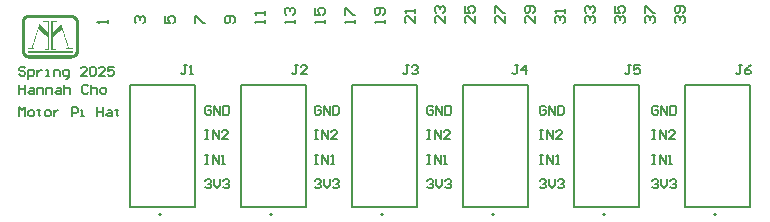
<source format=gbr>
G04*
G04 #@! TF.GenerationSoftware,Altium Limited,Altium Designer,24.8.2 (39)*
G04*
G04 Layer_Color=65535*
%FSLAX25Y25*%
%MOIN*%
G70*
G04*
G04 #@! TF.SameCoordinates,CBBCE14F-D53E-4E5E-9298-E108D83DD630*
G04*
G04*
G04 #@! TF.FilePolarity,Positive*
G04*
G01*
G75*
%ADD10C,0.00787*%
%ADD11C,0.00500*%
%ADD12C,0.00600*%
G36*
X85990Y256766D02*
X86202D01*
Y256695D01*
X86413D01*
Y256625D01*
X86554D01*
Y256554D01*
X86695D01*
Y256484D01*
X86836D01*
Y256413D01*
X86907D01*
Y256343D01*
X86977D01*
Y256272D01*
X87118D01*
Y256202D01*
X87189D01*
Y256131D01*
X87259D01*
Y256061D01*
X87330D01*
Y255920D01*
X87400D01*
Y255850D01*
X87471D01*
Y255779D01*
X87541D01*
Y255638D01*
X87611D01*
Y255568D01*
X87682D01*
Y255427D01*
X87752D01*
Y255215D01*
X87823D01*
Y255004D01*
X87893D01*
Y254722D01*
X87964D01*
Y244432D01*
X87893D01*
Y244080D01*
X87823D01*
Y243869D01*
X87752D01*
Y243728D01*
X87682D01*
Y243587D01*
X87611D01*
Y243446D01*
X87541D01*
Y243375D01*
X87471D01*
Y243234D01*
X87400D01*
Y243164D01*
X87330D01*
Y243093D01*
X87259D01*
Y243023D01*
X87189D01*
Y242952D01*
X87118D01*
Y242882D01*
X87048D01*
Y242811D01*
X86977D01*
Y242741D01*
X86836D01*
Y242670D01*
X86766D01*
Y242600D01*
X86625D01*
Y242530D01*
X86484D01*
Y242459D01*
X86343D01*
Y242389D01*
X86131D01*
Y242318D01*
X85779D01*
Y242248D01*
X71049D01*
Y242318D01*
X70697D01*
Y242389D01*
X70486D01*
Y242459D01*
X70345D01*
Y242530D01*
X70204D01*
Y242600D01*
X70063D01*
Y242670D01*
X69922D01*
Y242741D01*
X69851D01*
Y242811D01*
X69781D01*
Y242882D01*
X69710D01*
Y242952D01*
X69640D01*
Y243023D01*
X69570D01*
Y243093D01*
X69499D01*
Y243164D01*
X69429D01*
Y243234D01*
X69358D01*
Y243305D01*
X69288D01*
Y243446D01*
X69217D01*
Y243516D01*
X69147D01*
Y243657D01*
X69076D01*
Y243869D01*
X69006D01*
Y244009D01*
X68935D01*
Y244291D01*
X68865D01*
Y254792D01*
X68935D01*
Y255074D01*
X69006D01*
Y255286D01*
X69076D01*
Y255427D01*
X69147D01*
Y255568D01*
X69217D01*
Y255709D01*
X69288D01*
Y255779D01*
X69358D01*
Y255920D01*
X69429D01*
Y255991D01*
X69499D01*
Y256061D01*
X69570D01*
Y256131D01*
X69640D01*
Y256202D01*
X69710D01*
Y256272D01*
X69781D01*
Y256343D01*
X69922D01*
Y256413D01*
X69992D01*
Y256484D01*
X70133D01*
Y256554D01*
X70274D01*
Y256625D01*
X70415D01*
Y256695D01*
X70556D01*
Y256766D01*
X70838D01*
Y256836D01*
X85990D01*
Y256766D01*
D02*
G37*
%LPC*%
G36*
X85849Y255709D02*
X70979D01*
Y255638D01*
X70768D01*
Y255568D01*
X70627D01*
Y255497D01*
X70556D01*
Y255427D01*
X70486D01*
Y255356D01*
X70415D01*
Y255286D01*
X70345D01*
Y255215D01*
X70274D01*
Y255145D01*
X70204D01*
Y255074D01*
X70133D01*
Y254933D01*
X70063D01*
Y254722D01*
X69992D01*
Y244432D01*
X70063D01*
Y244221D01*
X70133D01*
Y244080D01*
X70204D01*
Y243939D01*
X70274D01*
Y243869D01*
X70345D01*
Y243798D01*
X70415D01*
Y243728D01*
X70486D01*
Y243657D01*
X70627D01*
Y243587D01*
X70697D01*
Y243516D01*
X70838D01*
Y243446D01*
X71120D01*
Y243375D01*
X85638D01*
Y243446D01*
X85920D01*
Y243516D01*
X86131D01*
Y243587D01*
X86202D01*
Y243657D01*
X86343D01*
Y243728D01*
X86413D01*
Y243798D01*
X86484D01*
Y243939D01*
X86554D01*
Y244009D01*
X86625D01*
Y244150D01*
X86695D01*
Y244291D01*
X86766D01*
Y244503D01*
X86836D01*
Y254651D01*
X86766D01*
Y254863D01*
X86695D01*
Y255004D01*
X86625D01*
Y255145D01*
X86554D01*
Y255215D01*
X86484D01*
Y255286D01*
X86413D01*
Y255356D01*
X86343D01*
Y255427D01*
X86272D01*
Y255497D01*
X86131D01*
Y255568D01*
X86061D01*
Y255638D01*
X85849D01*
Y255709D01*
D02*
G37*
%LPD*%
G36*
X78097Y245067D02*
X76476D01*
Y245631D01*
X77533D01*
Y249366D01*
X77392D01*
Y249436D01*
X77322D01*
Y249507D01*
X77251D01*
Y249577D01*
X77181D01*
Y249648D01*
X77110D01*
Y249718D01*
X77040D01*
Y249789D01*
X76969D01*
Y249859D01*
X76899D01*
Y249929D01*
X76829D01*
Y250000D01*
X76758D01*
Y250071D01*
X76688D01*
Y250141D01*
X76547D01*
Y250211D01*
X76476D01*
Y250282D01*
X76406D01*
Y250352D01*
X76335D01*
Y250423D01*
X76265D01*
Y250493D01*
X76194D01*
Y250564D01*
X76124D01*
Y250634D01*
X76053D01*
Y250705D01*
X75983D01*
Y250775D01*
X75842D01*
Y250916D01*
X75701D01*
Y250987D01*
X75630D01*
Y251057D01*
X75560D01*
Y251128D01*
X75489D01*
Y251198D01*
X75419D01*
Y251269D01*
X75349D01*
Y251339D01*
X75278D01*
Y251410D01*
X75208D01*
Y251480D01*
X75067D01*
Y251551D01*
X74996D01*
Y251621D01*
X74926D01*
Y251691D01*
X74855D01*
Y251762D01*
X74785D01*
Y251832D01*
X74714D01*
Y251903D01*
X74644D01*
Y251973D01*
X74573D01*
Y252044D01*
X74432D01*
Y251832D01*
X74362D01*
Y251621D01*
X74291D01*
Y251410D01*
X74221D01*
Y251198D01*
X74151D01*
Y250987D01*
X74080D01*
Y250775D01*
X74010D01*
Y250493D01*
X73939D01*
Y250282D01*
X73869D01*
Y250071D01*
X73798D01*
Y249859D01*
X73728D01*
Y249648D01*
X73657D01*
Y249436D01*
X73587D01*
Y249225D01*
X73516D01*
Y248943D01*
X73446D01*
Y248731D01*
X73375D01*
Y248520D01*
X73305D01*
Y248309D01*
X73234D01*
Y248097D01*
X73164D01*
Y247886D01*
X73093D01*
Y247674D01*
X73023D01*
Y247392D01*
X72952D01*
Y247181D01*
X72882D01*
Y246970D01*
X72812D01*
Y246758D01*
X72741D01*
Y246547D01*
X72671D01*
Y246335D01*
X72600D01*
Y246053D01*
X72530D01*
Y245912D01*
X73023D01*
Y245842D01*
X73093D01*
Y245419D01*
X73023D01*
Y245349D01*
X70838D01*
Y245912D01*
X72248D01*
Y246124D01*
X72318D01*
Y246335D01*
X72389D01*
Y246547D01*
X72459D01*
Y246758D01*
X72530D01*
Y246970D01*
X72600D01*
Y247181D01*
X72671D01*
Y247392D01*
X72741D01*
Y247604D01*
X72812D01*
Y247886D01*
X72882D01*
Y248097D01*
X72952D01*
Y248309D01*
X73023D01*
Y248520D01*
X73093D01*
Y248731D01*
X73164D01*
Y248943D01*
X73234D01*
Y249154D01*
X73305D01*
Y249366D01*
X73375D01*
Y249577D01*
X73446D01*
Y249789D01*
X73516D01*
Y250071D01*
X73587D01*
Y250282D01*
X73657D01*
Y250493D01*
X73728D01*
Y250705D01*
X73798D01*
Y250916D01*
X73869D01*
Y251128D01*
X73939D01*
Y251339D01*
X74010D01*
Y251551D01*
X74080D01*
Y251832D01*
X74151D01*
Y251973D01*
X74221D01*
Y252185D01*
X74291D01*
Y252467D01*
X74362D01*
Y252678D01*
X74432D01*
Y252889D01*
X74503D01*
Y253101D01*
X74573D01*
Y253312D01*
X74644D01*
Y253524D01*
X74714D01*
Y253735D01*
X74785D01*
Y253665D01*
X74926D01*
Y253594D01*
X74996D01*
Y253453D01*
X75137D01*
Y253383D01*
X75208D01*
Y253312D01*
X75278D01*
Y253242D01*
X75349D01*
Y253171D01*
X75419D01*
Y253101D01*
X75489D01*
Y253030D01*
X75560D01*
Y252960D01*
X75630D01*
Y252889D01*
X75701D01*
Y252819D01*
X75771D01*
Y252749D01*
X75842D01*
Y252678D01*
X75912D01*
Y252608D01*
X75983D01*
Y252537D01*
X76053D01*
Y252467D01*
X76124D01*
Y252396D01*
X76194D01*
Y252326D01*
X76265D01*
Y252255D01*
X76335D01*
Y252185D01*
X76406D01*
Y252114D01*
X76476D01*
Y252044D01*
X76547D01*
Y251903D01*
X76688D01*
Y251832D01*
X76758D01*
Y251691D01*
X76899D01*
Y251621D01*
X76969D01*
Y251551D01*
X77040D01*
Y251480D01*
X77110D01*
Y251410D01*
X77181D01*
Y251339D01*
X77251D01*
Y251269D01*
X77322D01*
Y251198D01*
X77392D01*
Y251128D01*
X77463D01*
Y251057D01*
X77533D01*
Y254369D01*
X76194D01*
Y254440D01*
X76124D01*
Y254863D01*
X78097D01*
Y245067D01*
D02*
G37*
G36*
X80634Y254369D02*
X79295D01*
Y254299D01*
X79225D01*
Y250987D01*
X79295D01*
Y251057D01*
X79366D01*
Y251128D01*
X79436D01*
Y251198D01*
X79507D01*
Y251269D01*
X79577D01*
Y251339D01*
X79648D01*
Y251410D01*
X79718D01*
Y251480D01*
X79789D01*
Y251551D01*
X79859D01*
Y251621D01*
X79930D01*
Y251691D01*
X80000D01*
Y251762D01*
X80071D01*
Y251832D01*
X80141D01*
Y251903D01*
X80211D01*
Y251973D01*
X80282D01*
Y252044D01*
X80352D01*
Y252114D01*
X80423D01*
Y252185D01*
X80493D01*
Y252255D01*
X80564D01*
Y252326D01*
X80634D01*
Y252396D01*
X80705D01*
Y252467D01*
X80775D01*
Y252537D01*
X80846D01*
Y252608D01*
X80916D01*
Y252678D01*
X80987D01*
Y252749D01*
X81057D01*
Y252819D01*
X81128D01*
Y252889D01*
X81198D01*
Y252960D01*
X81269D01*
Y253030D01*
X81339D01*
Y253101D01*
X81410D01*
Y253171D01*
X81480D01*
Y253242D01*
X81551D01*
Y253312D01*
X81621D01*
Y253383D01*
X81691D01*
Y253453D01*
X81762D01*
Y253524D01*
X81832D01*
Y253594D01*
X81903D01*
Y253665D01*
X81973D01*
Y253735D01*
X82044D01*
Y253665D01*
X82114D01*
Y253453D01*
X82185D01*
Y253242D01*
X82255D01*
Y253030D01*
X82326D01*
Y252819D01*
X82396D01*
Y252608D01*
X82467D01*
Y252396D01*
X82537D01*
Y252185D01*
X82608D01*
Y251903D01*
X82678D01*
Y251762D01*
X82749D01*
Y251551D01*
X82819D01*
Y251269D01*
X82889D01*
Y251057D01*
X82960D01*
Y250846D01*
X83030D01*
Y250634D01*
X83101D01*
Y250423D01*
X83171D01*
Y250211D01*
X83242D01*
Y250000D01*
X83312D01*
Y249718D01*
X83383D01*
Y249507D01*
X83453D01*
Y249295D01*
X83524D01*
Y249084D01*
X83594D01*
Y248872D01*
X83665D01*
Y248661D01*
X83735D01*
Y248449D01*
X83806D01*
Y248238D01*
X83876D01*
Y248027D01*
X83947D01*
Y247815D01*
X84017D01*
Y247604D01*
X84088D01*
Y247322D01*
X84158D01*
Y247111D01*
X84229D01*
Y246899D01*
X84299D01*
Y246688D01*
X84369D01*
Y246476D01*
X84440D01*
Y246265D01*
X84510D01*
Y245983D01*
X84581D01*
Y245912D01*
X85990D01*
Y245349D01*
X83735D01*
Y245912D01*
X84299D01*
Y246053D01*
X84229D01*
Y246265D01*
X84158D01*
Y246476D01*
X84088D01*
Y246688D01*
X84017D01*
Y246899D01*
X83947D01*
Y247111D01*
X83876D01*
Y247392D01*
X83806D01*
Y247604D01*
X83735D01*
Y247815D01*
X83665D01*
Y248027D01*
X83594D01*
Y248238D01*
X83524D01*
Y248449D01*
X83453D01*
Y248661D01*
X83383D01*
Y248943D01*
X83312D01*
Y249154D01*
X83242D01*
Y249366D01*
X83171D01*
Y249577D01*
X83101D01*
Y249789D01*
X83030D01*
Y250000D01*
X82960D01*
Y250211D01*
X82889D01*
Y250423D01*
X82819D01*
Y250705D01*
X82749D01*
Y250916D01*
X82678D01*
Y251128D01*
X82608D01*
Y251339D01*
X82537D01*
Y251551D01*
X82467D01*
Y251832D01*
X82396D01*
Y251973D01*
X82326D01*
Y252044D01*
X82255D01*
Y251973D01*
X82185D01*
Y251903D01*
X82114D01*
Y251832D01*
X82044D01*
Y251762D01*
X81903D01*
Y251621D01*
X81762D01*
Y251551D01*
X81691D01*
Y251480D01*
X81621D01*
Y251410D01*
X81551D01*
Y251339D01*
X81480D01*
Y251269D01*
X81410D01*
Y251198D01*
X81339D01*
Y251128D01*
X81269D01*
Y251057D01*
X81198D01*
Y250987D01*
X81057D01*
Y250916D01*
X80987D01*
Y250846D01*
X80916D01*
Y250775D01*
X80846D01*
Y250705D01*
X80775D01*
Y250634D01*
X80705D01*
Y250564D01*
X80634D01*
Y250493D01*
X80564D01*
Y250423D01*
X80493D01*
Y250352D01*
X80352D01*
Y250282D01*
X80282D01*
Y250211D01*
X80211D01*
Y250141D01*
X80141D01*
Y250071D01*
X80071D01*
Y250000D01*
X80000D01*
Y249929D01*
X79930D01*
Y249859D01*
X79859D01*
Y249789D01*
X79789D01*
Y249718D01*
X79718D01*
Y249648D01*
X79648D01*
Y249577D01*
X79507D01*
Y249507D01*
X79436D01*
Y249436D01*
X79366D01*
Y249366D01*
X79295D01*
Y249295D01*
X79225D01*
Y245701D01*
X79295D01*
Y245631D01*
X80352D01*
Y245560D01*
Y245490D01*
Y245067D01*
X78731D01*
Y245137D01*
X78661D01*
Y254863D01*
X80634D01*
Y254369D01*
D02*
G37*
G36*
X85990Y244221D02*
X70838D01*
Y244785D01*
X85990D01*
Y244221D01*
D02*
G37*
D10*
X115394Y190354D02*
G03*
X115394Y190354I-394J0D01*
G01*
X300394D02*
G03*
X300394Y190354I-394J0D01*
G01*
X263394D02*
G03*
X263394Y190354I-394J0D01*
G01*
X226394D02*
G03*
X226394Y190354I-394J0D01*
G01*
X189394D02*
G03*
X189394Y190354I-394J0D01*
G01*
X152394D02*
G03*
X152394Y190354I-394J0D01*
G01*
D11*
X104961Y192913D02*
X126614D01*
X104961Y233465D02*
X126614D01*
X104961Y192913D02*
Y233465D01*
X126614Y192913D02*
Y233465D01*
X311614Y192913D02*
Y233465D01*
X289961Y192913D02*
Y233465D01*
X311614D01*
X289961Y192913D02*
X311614D01*
X274614D02*
Y233465D01*
X252961Y192913D02*
Y233465D01*
X274614D01*
X252961Y192913D02*
X274614D01*
X237614D02*
Y233465D01*
X215961Y192913D02*
Y233465D01*
X237614D01*
X215961Y192913D02*
X237614D01*
X200614D02*
Y233465D01*
X178961Y192913D02*
Y233465D01*
X200614D01*
X178961Y192913D02*
X200614D01*
X163614D02*
Y233465D01*
X141961Y192913D02*
Y233465D01*
X163614D01*
X141961Y192913D02*
X163614D01*
X68000Y223000D02*
Y225999D01*
X69000Y224999D01*
X69999Y225999D01*
Y223000D01*
X71499D02*
X72499D01*
X72998Y223500D01*
Y224500D01*
X72499Y224999D01*
X71499D01*
X70999Y224500D01*
Y223500D01*
X71499Y223000D01*
X74498Y225499D02*
Y224999D01*
X73998D01*
X74998D01*
X74498D01*
Y223500D01*
X74998Y223000D01*
X76997D02*
X77997D01*
X78497Y223500D01*
Y224500D01*
X77997Y224999D01*
X76997D01*
X76497Y224500D01*
Y223500D01*
X76997Y223000D01*
X79496Y224999D02*
Y223000D01*
Y224000D01*
X79996Y224500D01*
X80496Y224999D01*
X80996D01*
X85494Y223000D02*
Y225999D01*
X86994D01*
X87494Y225499D01*
Y224500D01*
X86994Y224000D01*
X85494D01*
X88493Y223000D02*
X89493D01*
X88993D01*
Y224999D01*
X88493D01*
X93992Y225999D02*
Y223000D01*
Y224500D01*
X95991D01*
Y225999D01*
Y223000D01*
X97491Y224999D02*
X98490D01*
X98990Y224500D01*
Y223000D01*
X97491D01*
X96991Y223500D01*
X97491Y224000D01*
X98990D01*
X100489Y225499D02*
Y224999D01*
X99990D01*
X100989D01*
X100489D01*
Y223500D01*
X100989Y223000D01*
X69999Y238999D02*
X69499Y239499D01*
X68500D01*
X68000Y238999D01*
Y238499D01*
X68500Y237999D01*
X69499D01*
X69999Y237499D01*
Y237000D01*
X69499Y236500D01*
X68500D01*
X68000Y237000D01*
X70999Y235500D02*
Y238499D01*
X72499D01*
X72998Y237999D01*
Y237000D01*
X72499Y236500D01*
X70999D01*
X73998Y238499D02*
Y236500D01*
Y237499D01*
X74498Y237999D01*
X74998Y238499D01*
X75498D01*
X76997Y236500D02*
X77997D01*
X77497D01*
Y238499D01*
X76997D01*
X79496Y236500D02*
Y238499D01*
X80996D01*
X81496Y237999D01*
Y236500D01*
X83495Y235500D02*
X83995D01*
X84495Y236000D01*
Y238499D01*
X82995D01*
X82495Y237999D01*
Y237000D01*
X82995Y236500D01*
X84495D01*
X90493D02*
X88493D01*
X90493Y238499D01*
Y238999D01*
X89993Y239499D01*
X88993D01*
X88493Y238999D01*
X91492D02*
X91992Y239499D01*
X92992D01*
X93492Y238999D01*
Y237000D01*
X92992Y236500D01*
X91992D01*
X91492Y237000D01*
Y238999D01*
X96491Y236500D02*
X94491D01*
X96491Y238499D01*
Y238999D01*
X95991Y239499D01*
X94991D01*
X94491Y238999D01*
X99490Y239499D02*
X97491D01*
Y237999D01*
X98490Y238499D01*
X98990D01*
X99490Y237999D01*
Y237000D01*
X98990Y236500D01*
X97990D01*
X97491Y237000D01*
X68000Y233499D02*
Y230500D01*
Y231999D01*
X69999D01*
Y233499D01*
Y230500D01*
X71499Y232499D02*
X72499D01*
X72998Y231999D01*
Y230500D01*
X71499D01*
X70999Y231000D01*
X71499Y231500D01*
X72998D01*
X73998Y230500D02*
Y232499D01*
X75498D01*
X75997Y231999D01*
Y230500D01*
X76997D02*
Y232499D01*
X78497D01*
X78996Y231999D01*
Y230500D01*
X80496Y232499D02*
X81496D01*
X81995Y231999D01*
Y230500D01*
X80496D01*
X79996Y231000D01*
X80496Y231500D01*
X81995D01*
X82995Y233499D02*
Y230500D01*
Y231999D01*
X83495Y232499D01*
X84495D01*
X84995Y231999D01*
Y230500D01*
X90993Y232999D02*
X90493Y233499D01*
X89493D01*
X88993Y232999D01*
Y231000D01*
X89493Y230500D01*
X90493D01*
X90993Y231000D01*
X91992Y233499D02*
Y230500D01*
Y231999D01*
X92492Y232499D01*
X93492D01*
X93992Y231999D01*
Y230500D01*
X95491D02*
X96491D01*
X96991Y231000D01*
Y231999D01*
X96491Y232499D01*
X95491D01*
X94991Y231999D01*
Y231000D01*
X95491Y230500D01*
X279000Y201499D02*
X279500Y201999D01*
X280500D01*
X280999Y201499D01*
Y200999D01*
X280500Y200500D01*
X280000D01*
X280500D01*
X280999Y200000D01*
Y199500D01*
X280500Y199000D01*
X279500D01*
X279000Y199500D01*
X281999Y201999D02*
Y200000D01*
X282999Y199000D01*
X283998Y200000D01*
Y201999D01*
X284998Y201499D02*
X285498Y201999D01*
X286498D01*
X286997Y201499D01*
Y200999D01*
X286498Y200500D01*
X285998D01*
X286498D01*
X286997Y200000D01*
Y199500D01*
X286498Y199000D01*
X285498D01*
X284998Y199500D01*
X130000Y201499D02*
X130500Y201999D01*
X131500D01*
X131999Y201499D01*
Y200999D01*
X131500Y200500D01*
X131000D01*
X131500D01*
X131999Y200000D01*
Y199500D01*
X131500Y199000D01*
X130500D01*
X130000Y199500D01*
X132999Y201999D02*
Y200000D01*
X133999Y199000D01*
X134998Y200000D01*
Y201999D01*
X135998Y201499D02*
X136498Y201999D01*
X137498D01*
X137997Y201499D01*
Y200999D01*
X137498Y200500D01*
X136998D01*
X137498D01*
X137997Y200000D01*
Y199500D01*
X137498Y199000D01*
X136498D01*
X135998Y199500D01*
X130000Y210166D02*
X131000D01*
X130500D01*
Y207167D01*
X130000D01*
X131000D01*
X132499D02*
Y210166D01*
X134499Y207167D01*
Y210166D01*
X135498Y207167D02*
X136498D01*
X135998D01*
Y210166D01*
X135498Y209666D01*
X130000Y218332D02*
X131000D01*
X130500D01*
Y215333D01*
X130000D01*
X131000D01*
X132499D02*
Y218332D01*
X134499Y215333D01*
Y218332D01*
X137498Y215333D02*
X135498D01*
X137498Y217333D01*
Y217832D01*
X136998Y218332D01*
X135998D01*
X135498Y217832D01*
X131999Y225999D02*
X131500Y226499D01*
X130500D01*
X130000Y225999D01*
Y224000D01*
X130500Y223500D01*
X131500D01*
X131999Y224000D01*
Y224999D01*
X131000D01*
X132999Y223500D02*
Y226499D01*
X134998Y223500D01*
Y226499D01*
X135998D02*
Y223500D01*
X137498D01*
X137997Y224000D01*
Y225999D01*
X137498Y226499D01*
X135998D01*
X166500Y218332D02*
X167500D01*
X167000D01*
Y215333D01*
X166500D01*
X167500D01*
X168999D02*
Y218332D01*
X170999Y215333D01*
Y218332D01*
X173998Y215333D02*
X171998D01*
X173998Y217333D01*
Y217832D01*
X173498Y218332D01*
X172498D01*
X171998Y217832D01*
X166500Y201499D02*
X167000Y201999D01*
X167999D01*
X168499Y201499D01*
Y200999D01*
X167999Y200500D01*
X167500D01*
X167999D01*
X168499Y200000D01*
Y199500D01*
X167999Y199000D01*
X167000D01*
X166500Y199500D01*
X169499Y201999D02*
Y200000D01*
X170499Y199000D01*
X171498Y200000D01*
Y201999D01*
X172498Y201499D02*
X172998Y201999D01*
X173998D01*
X174497Y201499D01*
Y200999D01*
X173998Y200500D01*
X173498D01*
X173998D01*
X174497Y200000D01*
Y199500D01*
X173998Y199000D01*
X172998D01*
X172498Y199500D01*
X166500Y210166D02*
X167500D01*
X167000D01*
Y207167D01*
X166500D01*
X167500D01*
X168999D02*
Y210166D01*
X170999Y207167D01*
Y210166D01*
X171998Y207167D02*
X172998D01*
X172498D01*
Y210166D01*
X171998Y209666D01*
X168499Y225999D02*
X167999Y226499D01*
X167000D01*
X166500Y225999D01*
Y224000D01*
X167000Y223500D01*
X167999D01*
X168499Y224000D01*
Y224999D01*
X167500D01*
X169499Y223500D02*
Y226499D01*
X171498Y223500D01*
Y226499D01*
X172498D02*
Y223500D01*
X173998D01*
X174497Y224000D01*
Y225999D01*
X173998Y226499D01*
X172498D01*
X204000Y210166D02*
X205000D01*
X204500D01*
Y207167D01*
X204000D01*
X205000D01*
X206499D02*
Y210166D01*
X208499Y207167D01*
Y210166D01*
X209498Y207167D02*
X210498D01*
X209998D01*
Y210166D01*
X209498Y209666D01*
X204000Y218332D02*
X205000D01*
X204500D01*
Y215333D01*
X204000D01*
X205000D01*
X206499D02*
Y218332D01*
X208499Y215333D01*
Y218332D01*
X211498Y215333D02*
X209498D01*
X211498Y217333D01*
Y217832D01*
X210998Y218332D01*
X209998D01*
X209498Y217832D01*
X204000Y201499D02*
X204500Y201999D01*
X205500D01*
X205999Y201499D01*
Y200999D01*
X205500Y200500D01*
X205000D01*
X205500D01*
X205999Y200000D01*
Y199500D01*
X205500Y199000D01*
X204500D01*
X204000Y199500D01*
X206999Y201999D02*
Y200000D01*
X207999Y199000D01*
X208998Y200000D01*
Y201999D01*
X209998Y201499D02*
X210498Y201999D01*
X211498D01*
X211997Y201499D01*
Y200999D01*
X211498Y200500D01*
X210998D01*
X211498D01*
X211997Y200000D01*
Y199500D01*
X211498Y199000D01*
X210498D01*
X209998Y199500D01*
X205999Y225999D02*
X205500Y226499D01*
X204500D01*
X204000Y225999D01*
Y224000D01*
X204500Y223500D01*
X205500D01*
X205999Y224000D01*
Y224999D01*
X205000D01*
X206999Y223500D02*
Y226499D01*
X208998Y223500D01*
Y226499D01*
X209998D02*
Y223500D01*
X211498D01*
X211997Y224000D01*
Y225999D01*
X211498Y226499D01*
X209998D01*
X279000Y210166D02*
X280000D01*
X279500D01*
Y207167D01*
X279000D01*
X280000D01*
X281499D02*
Y210166D01*
X283499Y207167D01*
Y210166D01*
X284498Y207167D02*
X285498D01*
X284998D01*
Y210166D01*
X284498Y209666D01*
X280999Y225999D02*
X280500Y226499D01*
X279500D01*
X279000Y225999D01*
Y224000D01*
X279500Y223500D01*
X280500D01*
X280999Y224000D01*
Y224999D01*
X280000D01*
X281999Y223500D02*
Y226499D01*
X283998Y223500D01*
Y226499D01*
X284998D02*
Y223500D01*
X286498D01*
X286997Y224000D01*
Y225999D01*
X286498Y226499D01*
X284998D01*
X279000Y218332D02*
X280000D01*
X279500D01*
Y215333D01*
X279000D01*
X280000D01*
X281499D02*
Y218332D01*
X283499Y215333D01*
Y218332D01*
X286498Y215333D02*
X284498D01*
X286498Y217333D01*
Y217832D01*
X285998Y218332D01*
X284998D01*
X284498Y217832D01*
X241500Y210166D02*
X242500D01*
X242000D01*
Y207167D01*
X241500D01*
X242500D01*
X243999D02*
Y210166D01*
X245999Y207167D01*
Y210166D01*
X246998Y207167D02*
X247998D01*
X247498D01*
Y210166D01*
X246998Y209666D01*
X241500Y218332D02*
X242500D01*
X242000D01*
Y215333D01*
X241500D01*
X242500D01*
X243999D02*
Y218332D01*
X245999Y215333D01*
Y218332D01*
X248998Y215333D02*
X246998D01*
X248998Y217333D01*
Y217832D01*
X248498Y218332D01*
X247498D01*
X246998Y217832D01*
X243499Y225999D02*
X243000Y226499D01*
X242000D01*
X241500Y225999D01*
Y224000D01*
X242000Y223500D01*
X243000D01*
X243499Y224000D01*
Y224999D01*
X242500D01*
X244499Y223500D02*
Y226499D01*
X246498Y223500D01*
Y226499D01*
X247498D02*
Y223500D01*
X248998D01*
X249497Y224000D01*
Y225999D01*
X248998Y226499D01*
X247498D01*
X241500Y201499D02*
X242000Y201999D01*
X243000D01*
X243499Y201499D01*
Y200999D01*
X243000Y200500D01*
X242500D01*
X243000D01*
X243499Y200000D01*
Y199500D01*
X243000Y199000D01*
X242000D01*
X241500Y199500D01*
X244499Y201999D02*
Y200000D01*
X245499Y199000D01*
X246498Y200000D01*
Y201999D01*
X247498Y201499D02*
X247998Y201999D01*
X248998D01*
X249497Y201499D01*
Y200999D01*
X248998Y200500D01*
X248498D01*
X248998D01*
X249497Y200000D01*
Y199500D01*
X248998Y199000D01*
X247998D01*
X247498Y199500D01*
X308899Y239999D02*
X307900D01*
X308400D01*
Y237500D01*
X307900Y237000D01*
X307400D01*
X306900Y237500D01*
X311898Y239999D02*
X310899Y239499D01*
X309899Y238499D01*
Y237500D01*
X310399Y237000D01*
X311399D01*
X311898Y237500D01*
Y238000D01*
X311399Y238499D01*
X309899D01*
X271899Y239999D02*
X270900D01*
X271399D01*
Y237500D01*
X270900Y237000D01*
X270400D01*
X269900Y237500D01*
X274898Y239999D02*
X272899D01*
Y238499D01*
X273899Y238999D01*
X274398D01*
X274898Y238499D01*
Y237500D01*
X274398Y237000D01*
X273399D01*
X272899Y237500D01*
X234400Y239999D02*
X233400D01*
X233900D01*
Y237500D01*
X233400Y237000D01*
X232900D01*
X232400Y237500D01*
X236899Y237000D02*
Y239999D01*
X235399Y238499D01*
X237399D01*
X197899Y239999D02*
X196900D01*
X197399D01*
Y237500D01*
X196900Y237000D01*
X196400D01*
X195900Y237500D01*
X198899Y239499D02*
X199399Y239999D01*
X200399D01*
X200898Y239499D01*
Y238999D01*
X200399Y238499D01*
X199899D01*
X200399D01*
X200898Y238000D01*
Y237500D01*
X200399Y237000D01*
X199399D01*
X198899Y237500D01*
X160899Y239999D02*
X159900D01*
X160399D01*
Y237500D01*
X159900Y237000D01*
X159400D01*
X158900Y237500D01*
X163898Y237000D02*
X161899D01*
X163898Y238999D01*
Y239499D01*
X163399Y239999D01*
X162399D01*
X161899Y239499D01*
X123899Y239999D02*
X122900D01*
X123399D01*
Y237500D01*
X122900Y237000D01*
X122400D01*
X121900Y237500D01*
X124899Y237000D02*
X125899D01*
X125399D01*
Y239999D01*
X124899Y239499D01*
D12*
X97500Y254016D02*
Y255182D01*
Y254599D01*
X94001D01*
X94584Y254016D01*
X107084D02*
X106501Y254599D01*
Y255765D01*
X107084Y256348D01*
X107667D01*
X108251Y255765D01*
Y255182D01*
Y255765D01*
X108834Y256348D01*
X109417D01*
X110000Y255765D01*
Y254599D01*
X109417Y254016D01*
X116501Y256348D02*
Y254016D01*
X118251D01*
X117667Y255182D01*
Y255765D01*
X118251Y256348D01*
X119417D01*
X120000Y255765D01*
Y254599D01*
X119417Y254016D01*
X126501D02*
Y256348D01*
X127084D01*
X129417Y254016D01*
X130000D01*
X139417D02*
X140000Y254599D01*
Y255765D01*
X139417Y256348D01*
X137084D01*
X136501Y255765D01*
Y254599D01*
X137084Y254016D01*
X137667D01*
X138251Y254599D01*
Y256348D01*
X150000Y254016D02*
Y255182D01*
Y254599D01*
X146501D01*
X147084Y254016D01*
X150000Y256931D02*
Y258098D01*
Y257515D01*
X146501D01*
X147084Y256931D01*
X160000Y254016D02*
Y255182D01*
Y254599D01*
X156501D01*
X157084Y254016D01*
Y256931D02*
X156501Y257515D01*
Y258681D01*
X157084Y259264D01*
X157667D01*
X158251Y258681D01*
Y258098D01*
Y258681D01*
X158834Y259264D01*
X159417D01*
X160000Y258681D01*
Y257515D01*
X159417Y256931D01*
X170000Y254016D02*
Y255182D01*
Y254599D01*
X166501D01*
X167084Y254016D01*
X166501Y259264D02*
Y256931D01*
X168251D01*
X167667Y258098D01*
Y258681D01*
X168251Y259264D01*
X169417D01*
X170000Y258681D01*
Y257515D01*
X169417Y256931D01*
X180000Y254016D02*
Y255182D01*
Y254599D01*
X176501D01*
X177084Y254016D01*
X176501Y256931D02*
Y259264D01*
X177084D01*
X179417Y256931D01*
X180000D01*
X190000Y254016D02*
Y255182D01*
Y254599D01*
X186501D01*
X187084Y254016D01*
X189417Y256931D02*
X190000Y257515D01*
Y258681D01*
X189417Y259264D01*
X187084D01*
X186501Y258681D01*
Y257515D01*
X187084Y256931D01*
X187667D01*
X188251Y257515D01*
Y259264D01*
X200000Y256348D02*
Y254016D01*
X197667Y256348D01*
X197084D01*
X196501Y255765D01*
Y254599D01*
X197084Y254016D01*
X200000Y257515D02*
Y258681D01*
Y258098D01*
X196501D01*
X197084Y257515D01*
X210000Y256348D02*
Y254016D01*
X207667Y256348D01*
X207084D01*
X206501Y255765D01*
Y254599D01*
X207084Y254016D01*
Y257515D02*
X206501Y258098D01*
Y259264D01*
X207084Y259847D01*
X207667D01*
X208251Y259264D01*
Y258681D01*
Y259264D01*
X208834Y259847D01*
X209417D01*
X210000Y259264D01*
Y258098D01*
X209417Y257515D01*
X220000Y256348D02*
Y254016D01*
X217667Y256348D01*
X217084D01*
X216501Y255765D01*
Y254599D01*
X217084Y254016D01*
X216501Y259847D02*
Y257515D01*
X218251D01*
X217667Y258681D01*
Y259264D01*
X218251Y259847D01*
X219417D01*
X220000Y259264D01*
Y258098D01*
X219417Y257515D01*
X230000Y256348D02*
Y254016D01*
X227667Y256348D01*
X227084D01*
X226501Y255765D01*
Y254599D01*
X227084Y254016D01*
X226501Y257515D02*
Y259847D01*
X227084D01*
X229417Y257515D01*
X230000D01*
X240000Y256348D02*
Y254016D01*
X237667Y256348D01*
X237084D01*
X236501Y255765D01*
Y254599D01*
X237084Y254016D01*
X239417Y257515D02*
X240000Y258098D01*
Y259264D01*
X239417Y259847D01*
X237084D01*
X236501Y259264D01*
Y258098D01*
X237084Y257515D01*
X237667D01*
X238251Y258098D01*
Y259847D01*
X247084Y254016D02*
X246501Y254599D01*
Y255765D01*
X247084Y256348D01*
X247667D01*
X248251Y255765D01*
Y255182D01*
Y255765D01*
X248834Y256348D01*
X249417D01*
X250000Y255765D01*
Y254599D01*
X249417Y254016D01*
X250000Y257515D02*
Y258681D01*
Y258098D01*
X246501D01*
X247084Y257515D01*
X257084Y254016D02*
X256501Y254599D01*
Y255765D01*
X257084Y256348D01*
X257667D01*
X258251Y255765D01*
Y255182D01*
Y255765D01*
X258834Y256348D01*
X259417D01*
X260000Y255765D01*
Y254599D01*
X259417Y254016D01*
X257084Y257515D02*
X256501Y258098D01*
Y259264D01*
X257084Y259847D01*
X257667D01*
X258251Y259264D01*
Y258681D01*
Y259264D01*
X258834Y259847D01*
X259417D01*
X260000Y259264D01*
Y258098D01*
X259417Y257515D01*
X267084Y254016D02*
X266501Y254599D01*
Y255765D01*
X267084Y256348D01*
X267667D01*
X268251Y255765D01*
Y255182D01*
Y255765D01*
X268834Y256348D01*
X269417D01*
X270000Y255765D01*
Y254599D01*
X269417Y254016D01*
X266501Y259847D02*
Y257515D01*
X268251D01*
X267667Y258681D01*
Y259264D01*
X268251Y259847D01*
X269417D01*
X270000Y259264D01*
Y258098D01*
X269417Y257515D01*
X277084Y254016D02*
X276501Y254599D01*
Y255765D01*
X277084Y256348D01*
X277667D01*
X278251Y255765D01*
Y255182D01*
Y255765D01*
X278834Y256348D01*
X279417D01*
X280000Y255765D01*
Y254599D01*
X279417Y254016D01*
X276501Y257515D02*
Y259847D01*
X277084D01*
X279417Y257515D01*
X280000D01*
X287084Y254016D02*
X286501Y254599D01*
Y255765D01*
X287084Y256348D01*
X287667D01*
X288251Y255765D01*
Y255182D01*
Y255765D01*
X288834Y256348D01*
X289417D01*
X290000Y255765D01*
Y254599D01*
X289417Y254016D01*
Y257515D02*
X290000Y258098D01*
Y259264D01*
X289417Y259847D01*
X287084D01*
X286501Y259264D01*
Y258098D01*
X287084Y257515D01*
X287667D01*
X288251Y258098D01*
Y259847D01*
M02*

</source>
